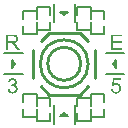
<source format=gbr>
G04 Layer_Color=65535*
%FSLAX25Y25*%
%MOIN*%
%TF.FileFunction,Legend,Top*%
%TF.Part,Single*%
G01*
G75*
%ADD14C,0.01000*%
%ADD17C,0.00787*%
%ADD18C,0.00598*%
G36*
X373641Y363448D02*
X370669D01*
Y361913D01*
X373451D01*
Y361316D01*
X370669D01*
Y359597D01*
X373759D01*
Y359000D01*
X370000D01*
Y364045D01*
X373641D01*
Y363448D01*
D02*
G37*
G36*
X337407Y364038D02*
X337467D01*
X337539Y364032D01*
X337617Y364025D01*
X337781Y364012D01*
X337952Y363986D01*
X338116Y363953D01*
X338195Y363933D01*
X338260Y363907D01*
X338267D01*
X338273Y363900D01*
X338293Y363894D01*
X338319Y363881D01*
X338385Y363848D01*
X338464Y363795D01*
X338556Y363730D01*
X338647Y363645D01*
X338739Y363540D01*
X338825Y363421D01*
Y363415D01*
X338831Y363408D01*
X338844Y363389D01*
X338857Y363362D01*
X338890Y363290D01*
X338929Y363198D01*
X338969Y363087D01*
X339002Y362956D01*
X339028Y362811D01*
X339034Y362661D01*
Y362654D01*
Y362634D01*
Y362608D01*
X339028Y362569D01*
X339021Y362523D01*
X339015Y362470D01*
X338988Y362346D01*
X338949Y362201D01*
X338890Y362050D01*
X338851Y361978D01*
X338805Y361899D01*
X338746Y361827D01*
X338687Y361755D01*
X338680Y361749D01*
X338674Y361742D01*
X338647Y361722D01*
X338621Y361696D01*
X338582Y361670D01*
X338536Y361637D01*
X338483Y361598D01*
X338424Y361558D01*
X338352Y361519D01*
X338273Y361480D01*
X338182Y361440D01*
X338083Y361401D01*
X337978Y361368D01*
X337867Y361335D01*
X337742Y361309D01*
X337611Y361289D01*
X337624Y361283D01*
X337657Y361270D01*
X337703Y361244D01*
X337762Y361211D01*
X337893Y361125D01*
X337952Y361080D01*
X338011Y361034D01*
X338018D01*
X338024Y361020D01*
X338064Y360988D01*
X338116Y360929D01*
X338195Y360850D01*
X338280Y360758D01*
X338372Y360640D01*
X338470Y360509D01*
X338569Y360365D01*
X339441Y359000D01*
X338601D01*
X337939Y360043D01*
Y360050D01*
X337926Y360063D01*
X337913Y360089D01*
X337893Y360115D01*
X337867Y360155D01*
X337834Y360201D01*
X337768Y360299D01*
X337690Y360410D01*
X337611Y360522D01*
X337532Y360633D01*
X337453Y360732D01*
X337447Y360745D01*
X337421Y360771D01*
X337388Y360817D01*
X337342Y360863D01*
X337289Y360922D01*
X337230Y360981D01*
X337171Y361027D01*
X337112Y361073D01*
X337106Y361080D01*
X337086Y361086D01*
X337060Y361106D01*
X337020Y361125D01*
X336975Y361152D01*
X336922Y361171D01*
X336811Y361211D01*
X336804D01*
X336791Y361217D01*
X336765D01*
X336725Y361224D01*
X336673Y361230D01*
X336607D01*
X336535Y361237D01*
X335669D01*
Y359000D01*
X335000D01*
Y364045D01*
X337349D01*
X337407Y364038D01*
D02*
G37*
G36*
X373103Y348889D02*
X371089D01*
X370820Y347524D01*
X370827Y347531D01*
X370840Y347537D01*
X370866Y347557D01*
X370899Y347577D01*
X370938Y347596D01*
X370991Y347629D01*
X371043Y347655D01*
X371109Y347688D01*
X371253Y347747D01*
X371410Y347793D01*
X371587Y347832D01*
X371679Y347839D01*
X371771Y347846D01*
X371837D01*
X371883Y347839D01*
X371935Y347832D01*
X372001Y347819D01*
X372073Y347806D01*
X372158Y347787D01*
X372243Y347767D01*
X372329Y347734D01*
X372421Y347695D01*
X372519Y347655D01*
X372611Y347596D01*
X372703Y347537D01*
X372795Y347465D01*
X372880Y347386D01*
X372886Y347380D01*
X372900Y347367D01*
X372919Y347340D01*
X372952Y347301D01*
X372985Y347255D01*
X373024Y347203D01*
X373070Y347137D01*
X373109Y347065D01*
X373155Y346986D01*
X373195Y346894D01*
X373234Y346803D01*
X373267Y346698D01*
X373300Y346580D01*
X373319Y346461D01*
X373333Y346337D01*
X373339Y346206D01*
Y346199D01*
Y346173D01*
Y346140D01*
X373333Y346094D01*
X373326Y346035D01*
X373319Y345963D01*
X373306Y345884D01*
X373287Y345805D01*
X373241Y345615D01*
X373208Y345517D01*
X373168Y345418D01*
X373123Y345320D01*
X373070Y345222D01*
X373011Y345123D01*
X372939Y345025D01*
X372932Y345018D01*
X372919Y344999D01*
X372886Y344966D01*
X372847Y344933D01*
X372801Y344881D01*
X372742Y344835D01*
X372670Y344776D01*
X372591Y344723D01*
X372499Y344664D01*
X372401Y344605D01*
X372296Y344559D01*
X372178Y344513D01*
X372047Y344474D01*
X371909Y344441D01*
X371765Y344421D01*
X371614Y344415D01*
X371548D01*
X371502Y344421D01*
X371443Y344428D01*
X371371Y344434D01*
X371299Y344447D01*
X371214Y344461D01*
X371037Y344507D01*
X370945Y344539D01*
X370853Y344579D01*
X370754Y344618D01*
X370663Y344671D01*
X370577Y344730D01*
X370492Y344795D01*
X370485Y344802D01*
X370472Y344815D01*
X370453Y344835D01*
X370426Y344867D01*
X370387Y344907D01*
X370354Y344953D01*
X370308Y345005D01*
X370269Y345071D01*
X370223Y345136D01*
X370184Y345215D01*
X370138Y345300D01*
X370105Y345392D01*
X370066Y345491D01*
X370039Y345589D01*
X370013Y345701D01*
X370000Y345819D01*
X370649Y345865D01*
Y345858D01*
X370656Y345845D01*
Y345819D01*
X370663Y345786D01*
X370676Y345746D01*
X370689Y345701D01*
X370715Y345602D01*
X370761Y345484D01*
X370820Y345366D01*
X370892Y345254D01*
X370977Y345156D01*
X370991Y345149D01*
X371023Y345123D01*
X371082Y345084D01*
X371155Y345044D01*
X371246Y344999D01*
X371358Y344966D01*
X371476Y344939D01*
X371614Y344926D01*
X371660D01*
X371692Y344933D01*
X371725Y344939D01*
X371771Y344946D01*
X371876Y344966D01*
X372001Y345005D01*
X372125Y345071D01*
X372191Y345104D01*
X372257Y345149D01*
X372316Y345202D01*
X372375Y345261D01*
X372381Y345268D01*
X372388Y345274D01*
X372401Y345294D01*
X372421Y345320D01*
X372447Y345353D01*
X372473Y345399D01*
X372499Y345445D01*
X372532Y345497D01*
X372585Y345628D01*
X372637Y345779D01*
X372670Y345956D01*
X372683Y346048D01*
Y346153D01*
Y346160D01*
Y346179D01*
Y346206D01*
X372676Y346238D01*
Y346284D01*
X372670Y346337D01*
X372644Y346455D01*
X372611Y346593D01*
X372558Y346730D01*
X372486Y346868D01*
X372440Y346934D01*
X372388Y346993D01*
Y346999D01*
X372375Y347006D01*
X372355Y347019D01*
X372335Y347039D01*
X372270Y347091D01*
X372178Y347150D01*
X372066Y347203D01*
X371935Y347255D01*
X371778Y347288D01*
X371699Y347301D01*
X371555D01*
X371502Y347295D01*
X371424Y347281D01*
X371345Y347268D01*
X371253Y347242D01*
X371155Y347203D01*
X371063Y347157D01*
X371050Y347150D01*
X371023Y347131D01*
X370984Y347104D01*
X370932Y347058D01*
X370872Y347012D01*
X370807Y346947D01*
X370748Y346881D01*
X370695Y346803D01*
X370111Y346888D01*
X370597Y349479D01*
X373103D01*
Y348889D01*
D02*
G37*
G36*
X337179Y349558D02*
X337225D01*
X337324Y349545D01*
X337442Y349518D01*
X337566Y349492D01*
X337698Y349446D01*
X337829Y349387D01*
X337835D01*
X337842Y349381D01*
X337862Y349367D01*
X337888Y349354D01*
X337947Y349315D01*
X338026Y349263D01*
X338111Y349190D01*
X338203Y349105D01*
X338288Y349013D01*
X338360Y348902D01*
Y348895D01*
X338367Y348889D01*
X338393Y348849D01*
X338419Y348784D01*
X338459Y348705D01*
X338491Y348607D01*
X338524Y348495D01*
X338544Y348377D01*
X338550Y348252D01*
Y348246D01*
Y348239D01*
Y348200D01*
X338544Y348134D01*
X338531Y348056D01*
X338505Y347964D01*
X338478Y347865D01*
X338432Y347760D01*
X338373Y347655D01*
X338367Y347642D01*
X338340Y347609D01*
X338301Y347564D01*
X338242Y347504D01*
X338170Y347432D01*
X338078Y347360D01*
X337973Y347295D01*
X337855Y347229D01*
X337862D01*
X337875Y347222D01*
X337901Y347216D01*
X337927Y347209D01*
X337967Y347196D01*
X338013Y347177D01*
X338111Y347137D01*
X338222Y347078D01*
X338334Y346999D01*
X338452Y346907D01*
X338550Y346796D01*
Y346789D01*
X338563Y346783D01*
X338577Y346763D01*
X338590Y346737D01*
X338609Y346704D01*
X338629Y346671D01*
X338675Y346573D01*
X338721Y346455D01*
X338760Y346317D01*
X338787Y346166D01*
X338800Y345989D01*
Y345983D01*
Y345963D01*
Y345923D01*
X338793Y345878D01*
X338787Y345819D01*
X338773Y345753D01*
X338760Y345681D01*
X338741Y345602D01*
X338714Y345517D01*
X338682Y345425D01*
X338642Y345333D01*
X338596Y345235D01*
X338537Y345143D01*
X338472Y345044D01*
X338400Y344953D01*
X338314Y344867D01*
X338308Y344861D01*
X338295Y344848D01*
X338268Y344828D01*
X338229Y344795D01*
X338183Y344762D01*
X338124Y344723D01*
X338058Y344684D01*
X337986Y344644D01*
X337901Y344598D01*
X337809Y344559D01*
X337711Y344520D01*
X337599Y344487D01*
X337488Y344454D01*
X337363Y344434D01*
X337238Y344421D01*
X337101Y344415D01*
X337035D01*
X336989Y344421D01*
X336937Y344428D01*
X336871Y344434D01*
X336792Y344447D01*
X336714Y344467D01*
X336543Y344513D01*
X336451Y344546D01*
X336359Y344579D01*
X336261Y344625D01*
X336169Y344677D01*
X336084Y344736D01*
X335999Y344808D01*
X335992Y344815D01*
X335979Y344828D01*
X335959Y344848D01*
X335926Y344881D01*
X335894Y344920D01*
X335854Y344966D01*
X335815Y345025D01*
X335769Y345084D01*
X335730Y345156D01*
X335684Y345235D01*
X335644Y345320D01*
X335605Y345412D01*
X335566Y345510D01*
X335539Y345609D01*
X335513Y345720D01*
X335500Y345838D01*
X336117Y345923D01*
Y345917D01*
X336123Y345897D01*
X336130Y345871D01*
X336136Y345838D01*
X336149Y345792D01*
X336163Y345746D01*
X336202Y345628D01*
X336248Y345504D01*
X336313Y345379D01*
X336386Y345254D01*
X336425Y345202D01*
X336471Y345156D01*
X336484Y345149D01*
X336517Y345123D01*
X336569Y345084D01*
X336648Y345044D01*
X336740Y344999D01*
X336845Y344966D01*
X336969Y344939D01*
X337101Y344926D01*
X337147D01*
X337173Y344933D01*
X337212D01*
X337258Y344939D01*
X337356Y344966D01*
X337475Y344999D01*
X337599Y345051D01*
X337724Y345130D01*
X337783Y345176D01*
X337842Y345228D01*
X337848Y345235D01*
X337855Y345241D01*
X337868Y345261D01*
X337888Y345281D01*
X337940Y345346D01*
X337993Y345438D01*
X338045Y345543D01*
X338098Y345674D01*
X338131Y345819D01*
X338144Y345897D01*
Y345976D01*
Y345983D01*
Y345996D01*
Y346015D01*
X338137Y346048D01*
Y346081D01*
X338131Y346127D01*
X338111Y346225D01*
X338078Y346337D01*
X338026Y346455D01*
X337953Y346566D01*
X337914Y346625D01*
X337862Y346678D01*
X337848Y346691D01*
X337809Y346724D01*
X337750Y346763D01*
X337671Y346816D01*
X337566Y346868D01*
X337448Y346907D01*
X337311Y346940D01*
X337153Y346953D01*
X337081D01*
X337035Y346947D01*
X336969Y346940D01*
X336891Y346927D01*
X336805Y346907D01*
X336714Y346888D01*
X336786Y347432D01*
X336799D01*
X336819Y347426D01*
X336851Y347419D01*
X336924D01*
X336950Y347426D01*
X337029Y347432D01*
X337120Y347445D01*
X337232Y347472D01*
X337350Y347504D01*
X337475Y347557D01*
X337593Y347623D01*
X337599D01*
X337606Y347636D01*
X337645Y347662D01*
X337698Y347714D01*
X337757Y347780D01*
X337816Y347872D01*
X337862Y347983D01*
X337901Y348115D01*
X337908Y348187D01*
X337914Y348265D01*
Y348272D01*
Y348279D01*
X337908Y348324D01*
X337901Y348383D01*
X337888Y348462D01*
X337855Y348548D01*
X337816Y348639D01*
X337757Y348738D01*
X337678Y348823D01*
X337665Y348836D01*
X337639Y348862D01*
X337586Y348895D01*
X337521Y348941D01*
X337435Y348980D01*
X337330Y349020D01*
X337219Y349046D01*
X337087Y349053D01*
X337055D01*
X337029Y349046D01*
X336956Y349040D01*
X336871Y349026D01*
X336779Y348994D01*
X336674Y348954D01*
X336576Y348902D01*
X336477Y348823D01*
X336464Y348810D01*
X336438Y348784D01*
X336399Y348731D01*
X336353Y348653D01*
X336300Y348561D01*
X336248Y348443D01*
X336209Y348305D01*
X336176Y348147D01*
X335559Y348259D01*
Y348265D01*
X335566Y348285D01*
X335572Y348318D01*
X335585Y348364D01*
X335598Y348410D01*
X335618Y348475D01*
X335638Y348541D01*
X335664Y348613D01*
X335736Y348764D01*
X335821Y348921D01*
X335933Y349079D01*
X335999Y349151D01*
X336071Y349217D01*
X336077Y349223D01*
X336090Y349230D01*
X336110Y349249D01*
X336143Y349269D01*
X336182Y349295D01*
X336228Y349328D01*
X336287Y349361D01*
X336346Y349394D01*
X336418Y349420D01*
X336491Y349453D01*
X336661Y349512D01*
X336858Y349551D01*
X336963Y349558D01*
X337074Y349564D01*
X337147D01*
X337179Y349558D01*
D02*
G37*
%LPC*%
G36*
X337362Y363487D02*
X335669D01*
Y361814D01*
X337211D01*
X337257Y361821D01*
X337362Y361827D01*
X337473Y361834D01*
X337598Y361854D01*
X337709Y361873D01*
X337814Y361906D01*
X337827Y361913D01*
X337860Y361926D01*
X337906Y361945D01*
X337965Y361978D01*
X338024Y362018D01*
X338090Y362070D01*
X338155Y362136D01*
X338208Y362208D01*
X338214Y362214D01*
X338228Y362247D01*
X338254Y362287D01*
X338280Y362346D01*
X338300Y362411D01*
X338326Y362490D01*
X338339Y362569D01*
X338346Y362661D01*
Y362667D01*
Y362674D01*
Y362693D01*
X338339Y362719D01*
X338333Y362785D01*
X338313Y362870D01*
X338280Y362962D01*
X338234Y363061D01*
X338169Y363159D01*
X338083Y363251D01*
X338070Y363264D01*
X338031Y363290D01*
X337972Y363323D01*
X337880Y363369D01*
X337827Y363389D01*
X337768Y363415D01*
X337703Y363435D01*
X337624Y363448D01*
X337545Y363467D01*
X337460Y363474D01*
X337362Y363487D01*
D02*
G37*
%LPD*%
D14*
X362331Y354331D02*
G03*
X362331Y354331I-8000J0D01*
G01*
X359831D02*
G03*
X359831Y354331I-5500J0D01*
G01*
X364567Y349533D02*
Y359055D01*
X344094Y349533D02*
Y359055D01*
X359449Y364567D02*
X362124Y361891D01*
X346537Y346770D02*
X349213Y344094D01*
X359449D01*
X362124Y346770D01*
X349213Y364567D02*
X359449D01*
X346537Y361891D02*
X349213Y364567D01*
D17*
X345236Y365661D02*
Y368319D01*
Y370681D02*
Y373339D01*
X349764Y365661D02*
Y368319D01*
Y370681D02*
Y373339D01*
X345236Y365661D02*
X349764D01*
X345236Y373339D02*
X349764D01*
X358736Y365661D02*
Y368319D01*
Y370681D02*
Y373339D01*
X363264Y365661D02*
Y368319D01*
Y370681D02*
Y373339D01*
X358736Y365661D02*
X363264D01*
X358736Y373339D02*
X363264D01*
X345264Y341681D02*
Y344339D01*
Y336661D02*
Y339319D01*
X340736Y341681D02*
Y344339D01*
Y336661D02*
Y339319D01*
Y344339D02*
X345264D01*
X340736Y336661D02*
X345264D01*
X340736Y364161D02*
Y366819D01*
Y369181D02*
Y371839D01*
X345264Y364161D02*
Y366819D01*
Y369181D02*
Y371839D01*
X340736Y364161D02*
X345264D01*
X340736Y371839D02*
X345264D01*
X363264Y340181D02*
Y342839D01*
Y335161D02*
Y337819D01*
X358736Y340181D02*
Y342839D01*
Y335161D02*
Y337819D01*
Y342839D02*
X363264D01*
X358736Y335161D02*
X363264D01*
X349764Y340181D02*
Y342839D01*
Y335161D02*
Y337819D01*
X345236Y340181D02*
Y342839D01*
Y335161D02*
Y337819D01*
Y342839D02*
X349764D01*
X345236Y335161D02*
X349764D01*
X363236Y364161D02*
Y366819D01*
Y369181D02*
Y371839D01*
X367764Y364161D02*
Y366819D01*
Y369181D02*
Y371839D01*
X363236Y364161D02*
X367764D01*
X363236Y371839D02*
X367764D01*
Y341681D02*
Y344339D01*
Y336661D02*
Y339319D01*
X363236Y341681D02*
Y344339D01*
Y336661D02*
Y339319D01*
Y344339D02*
X367764D01*
X363236Y336661D02*
X367764D01*
D18*
X354331Y370760D02*
Y371760D01*
X357831Y368110D02*
Y374410D01*
X350831Y368110D02*
Y374410D01*
X353081Y371760D02*
X355581D01*
X353081D02*
X354331Y370760D01*
X355581Y371760D01*
X353721D02*
X354985Y371283D01*
X336902Y353721D02*
X337378Y354985D01*
X336902Y355581D02*
X337902Y354331D01*
X336902Y353081D02*
X337902Y354331D01*
X336902Y353081D02*
Y355581D01*
X334252Y350831D02*
X340551D01*
X334252Y357831D02*
X340551D01*
X336902Y354331D02*
X337902D01*
X354331Y336902D02*
Y337902D01*
X350831Y334252D02*
Y340551D01*
X357831Y334252D02*
Y340551D01*
X353081Y336902D02*
X355581D01*
X354331Y337902D02*
X355581Y336902D01*
X353081D02*
X354331Y337902D01*
X353676Y337378D02*
X354940Y336902D01*
X371283Y353676D02*
X371760Y354940D01*
X370760Y354331D02*
X371760Y353081D01*
X370760Y354331D02*
X371760Y355581D01*
Y353081D02*
Y355581D01*
X368110Y357831D02*
X374410D01*
X368110Y350831D02*
X374410D01*
X370760Y354331D02*
X371760D01*
%TF.MD5,B49E5E5BAEFA9DDD6A5EC2CECF6D6AA0*%
M02*

</source>
